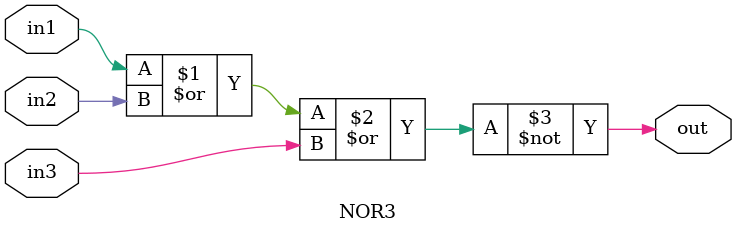
<source format=sv>
/* 3-input NOR.
 *
 *
 * <script type="WaveDrom">
 * { assign:[
 *   ["out",
 *     ["~|", "in1", "in2", "in3"]
 *   ]
 * ]}
 * </script>
 * 
 */
module NOR3 #(
    parameter WIDTH = 1
)(
    input  wire [WIDTH-1:0] in1,
    input  wire [WIDTH-1:0] in2,
    input  wire [WIDTH-1:0] in3,
    output wire [WIDTH-1:0] out
);

    assign out = ~(in1 | in2 | in3);

endmodule

</source>
